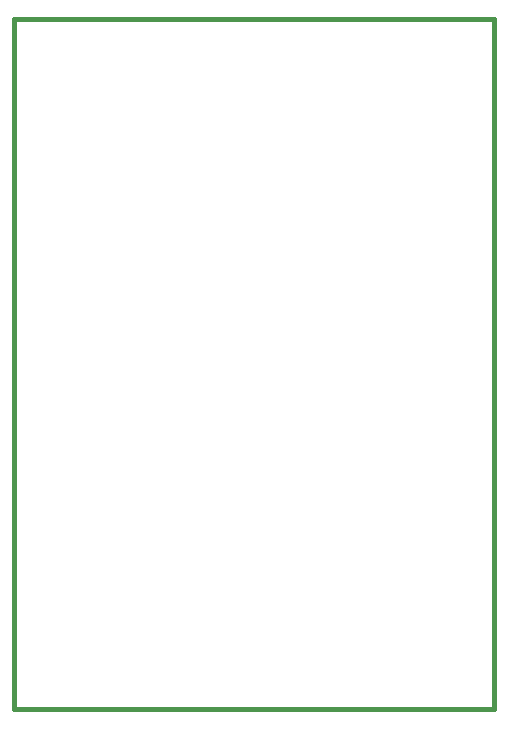
<source format=gbr>
%FSLAX46Y46*%
G04 Gerber Fmt 4.6, Leading zero omitted, Abs format (unit mm)*
G04 Created by KiCad (PCBNEW (2014-10-04 BZR 5163)-product) date So 05 Okt 2014 16:09:57 CEST*
%MOMM*%
G01*
G04 APERTURE LIST*
%ADD10C,0.100000*%
%ADD11C,0.381000*%
G04 APERTURE END LIST*
D10*
D11*
X102870000Y-48260000D02*
X143510000Y-48260000D01*
X143510000Y-48260000D02*
X143510000Y-106680000D01*
X143510000Y-106680000D02*
X102870000Y-106680000D01*
X102870000Y-106680000D02*
X102870000Y-48260000D01*
M02*

</source>
